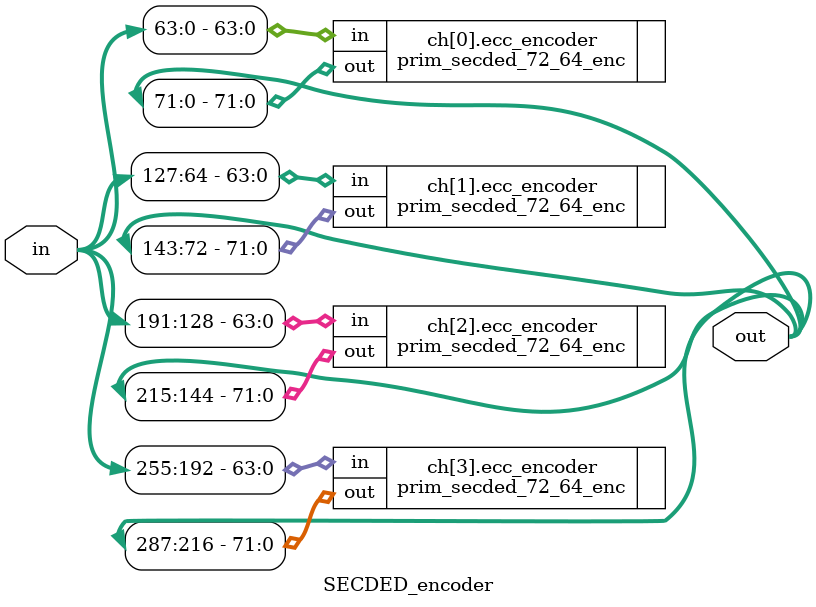
<source format=sv>
module SECDED_encoder(
	input [255:0] in, 
	output wire [287:0] out
);
	genvar num;
	generate
		for(num=0; num<4; num++) begin : ch
			prim_secded_72_64_enc	ecc_encoder
			(
				.in		(in[num*64+:64]),
				.out		(out[num*72+:72])	
			);
		end
	endgenerate
endmodule

</source>
